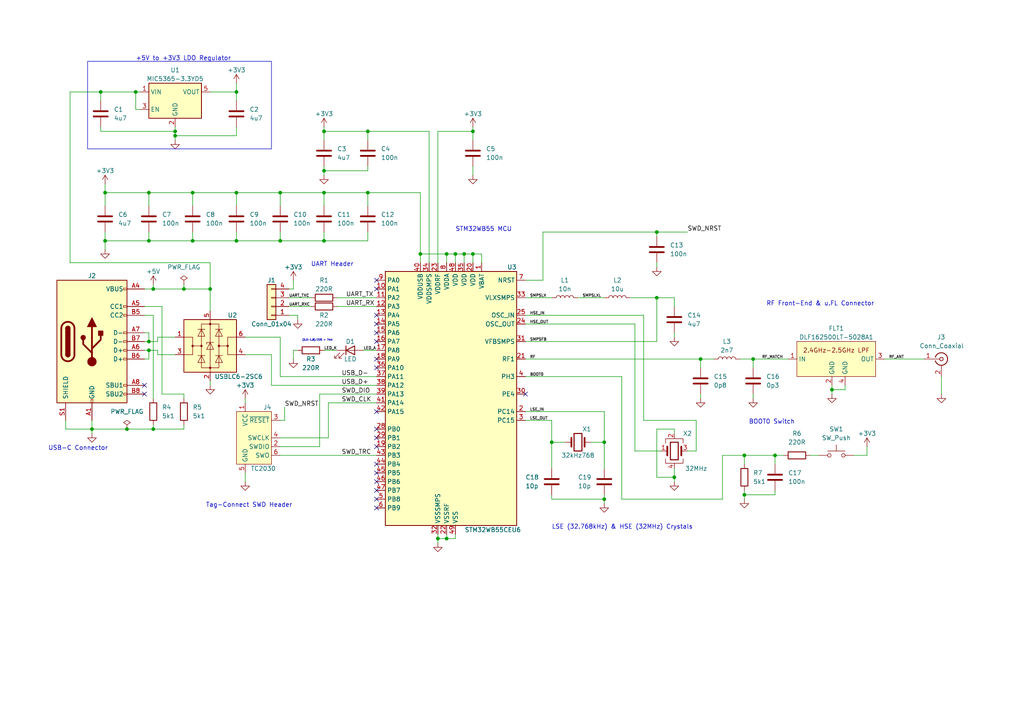
<source format=kicad_sch>
(kicad_sch (version 20230121) (generator eeschema)
  (paper "A4")
  (title_block (title "STM32-Bluetooth") (date "2024-02-14") (rev "V1.0") (company "Minteligencia") (comment 1 "minteligencia.com"))
  (lib_symbols
    (symbol "Connector:Conn_ARM_SWD_TagConnect_TC2030" (in_bom no)
      (property "Reference" "J" (at 2.54 11.43 0))
      (property "Value" "Conn_ARM_SWD_TagConnect_TC2030" (at 5.08 8.89 0))
      (symbol "Conn_ARM_SWD_TagConnect_TC2030_0_0"
        (pin power_in line (at -2.54 10.16 270) (length 2.54) (name "VCC") (number "1"))
        (pin bidirectional line (at 7.62 -2.54 180) (length 2.54) (name "SWDIO") (number "2"))
        (pin open_collector line (at 7.62 5.08 180) (length 2.54) (name "~{RESET}") (number "3"))
        (pin output line (at 7.62 0 180) (length 2.54) (name "SWCLK") (number "4"))
        (pin power_in line (at -2.54 -10.16 90) (length 2.54) (name "GND") (number "5"))
        (pin input line (at 7.62 -5.08 180) (length 2.54) (name "SWO") (number "6"))
      )
      (symbol "Conn_ARM_SWD_TagConnect_TC2030_0_1"
        (rectangle (start -5.08 7.62) (end 5.08 -7.62) (fill (type background)))
      )
    )
    (symbol "Connector:Conn_Coaxial" (pin_names (offset 1.016) hide)
      (property "Reference" "J" (at 0.254 3.048 0))
      (property "Value" "Conn_Coaxial" (at 2.921 0 90))
      (symbol "Conn_Coaxial_0_1"
        (arc (start -1.778 -0.508) (mid 0.2311 -1.8066) (end 1.778 0) (stroke (width 0.254)))
        (polyline (pts (xy -2.54 0) (xy -0.508 0)))
        (polyline (pts (xy 0 -2.54) (xy 0 -1.778)))
        (circle (center 0 0) (radius 0.508) (stroke (width 0.2032)))
        (arc (start 1.778 0) (mid 0.2099 1.8101) (end -1.778 0.508) (stroke (width 0.254)))
      )
      (symbol "Conn_Coaxial_1_1"
        (pin passive line (at -5.08 0 0) (length 2.54) (name "In") (number "1"))
        (pin passive line (at 0 -5.08 90) (length 2.54) (name "Ext") (number "2"))
      )
    )
    (symbol "Connector:USB_C_Receptacle_USB2.0" (pin_names (offset 1.016))
      (property "Reference" "J" (at -10.16 19.05 0))
      (property "Value" "USB_C_Receptacle_USB2.0" (at 19.05 19.05 0))
      (symbol "USB_C_Receptacle_USB2.0_0_0"
        (rectangle (start -0.254 -17.78) (end 0.254 -16.764))
        (rectangle (start 10.16 -14.986) (end 9.144 -15.494))
        (rectangle (start 10.16 -12.446) (end 9.144 -12.954))
        (rectangle (start 10.16 -4.826) (end 9.144 -5.334))
        (rectangle (start 10.16 -2.286) (end 9.144 -2.794))
        (rectangle (start 10.16 0.254) (end 9.144 -0.254))
        (rectangle (start 10.16 2.794) (end 9.144 2.286))
        (rectangle (start 10.16 7.874) (end 9.144 7.366))
        (rectangle (start 10.16 10.414) (end 9.144 9.906))
        (rectangle (start 10.16 15.494) (end 9.144 14.986))
      )
      (symbol "USB_C_Receptacle_USB2.0_0_1"
        (rectangle (start -10.16 17.78) (end 10.16 -17.78) (stroke (width 0.254)) (fill (type background)))
        (arc (start -8.89 -3.81) (mid -6.985 -5.7067) (end -5.08 -3.81) (stroke (width 0.508)))
        (arc (start -7.62 -3.81) (mid -6.985 -4.4423) (end -6.35 -3.81) (stroke (width 0.254)))
        (arc (start -7.62 -3.81) (mid -6.985 -4.4423) (end -6.35 -3.81) (stroke (width 0.254)) (fill (type outline)))
        (rectangle (start -7.62 -3.81) (end -6.35 3.81) (stroke (width 0.254)) (fill (type outline)))
        (arc (start -6.35 3.81) (mid -6.985 4.4423) (end -7.62 3.81) (stroke (width 0.254)))
        (arc (start -6.35 3.81) (mid -6.985 4.4423) (end -7.62 3.81) (stroke (width 0.254)) (fill (type outline)))
        (arc (start -5.08 3.81) (mid -6.985 5.7067) (end -8.89 3.81) (stroke (width 0.508)))
        (circle (center -2.54 1.143) (radius 0.635) (stroke (width 0.254)) (fill (type outline)))
        (circle (center 0 -5.842) (radius 1.27) (fill (type outline)))
        (polyline (pts (xy -8.89 -3.81) (xy -8.89 3.81)) (stroke (width 0.508)))
        (polyline (pts (xy -5.08 3.81) (xy -5.08 -3.81)) (stroke (width 0.508)))
        (polyline (pts (xy 0 -5.842) (xy 0 4.318)) (stroke (width 0.508)))
        (polyline (pts (xy 0 -3.302) (xy -2.54 -0.762) (xy -2.54 0.508)) (stroke (width 0.508)))
        (polyline (pts (xy 0 -2.032) (xy 2.54 0.508) (xy 2.54 1.778)) (stroke (width 0.508)))
        (polyline (pts (xy -1.27 4.318) (xy 0 6.858) (xy 1.27 4.318) (xy -1.27 4.318)) (stroke (width 0.254)) (fill (type outline)))
        (rectangle (start 1.905 1.778) (end 3.175 3.048) (stroke (width 0.254)) (fill (type outline)))
      )
      (symbol "USB_C_Receptacle_USB2.0_1_1"
        (pin passive line (at 0 -22.86 90) (length 5.08) (name "GND") (number "A1"))
        (pin passive line (at 0 -22.86 90) (length 5.08) hide (name "GND") (number "A12"))
        (pin passive line (at 15.24 15.24 180) (length 5.08) (name "VBUS") (number "A4"))
        (pin bidirectional line (at 15.24 10.16 180) (length 5.08) (name "CC1") (number "A5"))
        (pin bidirectional line (at 15.24 -2.54 180) (length 5.08) (name "D+") (number "A6"))
        (pin bidirectional line (at 15.24 2.54 180) (length 5.08) (name "D-") (number "A7"))
        (pin bidirectional line (at 15.24 -12.7 180) (length 5.08) (name "SBU1") (number "A8"))
        (pin passive line (at 15.24 15.24 180) (length 5.08) hide (name "VBUS") (number "A9"))
        (pin passive line (at 0 -22.86 90) (length 5.08) hide (name "GND") (number "B1"))
        (pin passive line (at 0 -22.86 90) (length 5.08) hide (name "GND") (number "B12"))
        (pin passive line (at 15.24 15.24 180) (length 5.08) hide (name "VBUS") (number "B4"))
        (pin bidirectional line (at 15.24 7.62 180) (length 5.08) (name "CC2") (number "B5"))
        (pin bidirectional line (at 15.24 -5.08 180) (length 5.08) (name "D+") (number "B6"))
        (pin bidirectional line (at 15.24 0 180) (length 5.08) (name "D-") (number "B7"))
        (pin bidirectional line (at 15.24 -15.24 180) (length 5.08) (name "SBU2") (number "B8"))
        (pin passive line (at 15.24 15.24 180) (length 5.08) hide (name "VBUS") (number "B9"))
        (pin passive line (at -7.62 -22.86 90) (length 5.08) (name "SHIELD") (number "S1"))
      )
    )
    (symbol "Connector_Generic:Conn_01x04" (pin_names (offset 1.016) hide)
      (property "Reference" "J" (at 0 5.08 0))
      (property "Value" "Conn_01x04" (at 0 -7.62 0))
      (symbol "Conn_01x04_1_1"
        (rectangle (start -1.27 -4.953) (end 0 -5.207) (stroke (width 0.1524)))
        (rectangle (start -1.27 -2.413) (end 0 -2.667) (stroke (width 0.1524)))
        (rectangle (start -1.27 0.127) (end 0 -0.127) (stroke (width 0.1524)))
        (rectangle (start -1.27 2.667) (end 0 2.413) (stroke (width 0.1524)))
        (rectangle (start -1.27 3.81) (end 1.27 -6.35) (stroke (width 0.254)) (fill (type background)))
        (pin passive line (at -5.08 2.54 0) (length 3.81) (name "Pin_1") (number "1"))
        (pin passive line (at -5.08 0 0) (length 3.81) (name "Pin_2") (number "2"))
        (pin passive line (at -5.08 -2.54 0) (length 3.81) (name "Pin_3") (number "3"))
        (pin passive line (at -5.08 -5.08 0) (length 3.81) (name "Pin_4") (number "4"))
      )
    )
    (symbol "Device:C" (pin_numbers hide) (pin_names (offset 0.254))
      (property "Reference" "C" (at 0.635 2.54 0))
      (property "Value" "C" (at 0.635 -2.54 0))
      (symbol "C_0_1"
        (polyline (pts (xy -2.032 -0.762) (xy 2.032 -0.762)) (stroke (width 0.508)))
        (polyline (pts (xy -2.032 0.762) (xy 2.032 0.762)) (stroke (width 0.508)))
      )
      (symbol "C_1_1"
        (pin passive line (at 0 3.81 270) (length 2.794) (name "~") (number "1"))
        (pin passive line (at 0 -3.81 90) (length 2.794) (name "~") (number "2"))
      )
    )
    (symbol "Device:Crystal" (pin_numbers hide) (pin_names (offset 1.016) hide)
      (property "Reference" "Y" (at 0 3.81 0))
      (property "Value" "Crystal" (at 0 -3.81 0))
      (symbol "Crystal_0_1"
        (rectangle (start -1.143 2.54) (end 1.143 -2.54) (stroke (width 0.3048)))
        (polyline (pts (xy -2.54 0) (xy -1.905 0)))
        (polyline (pts (xy -1.905 -1.27) (xy -1.905 1.27)) (stroke (width 0.508)))
        (polyline (pts (xy 1.905 -1.27) (xy 1.905 1.27)) (stroke (width 0.508)))
        (polyline (pts (xy 2.54 0) (xy 1.905 0)))
      )
      (symbol "Crystal_1_1"
        (pin passive line (at -3.81 0 0) (length 1.27) (name "1") (number "1"))
        (pin passive line (at 3.81 0 180) (length 1.27) (name "2") (number "2"))
      )
    )
    (symbol "Device:Crystal_GND24" (pin_names (offset 1.016) hide)
      (property "Reference" "Y" (at 3.175 5.08 0))
      (property "Value" "Crystal_GND24" (at 3.175 3.175 0))
      (symbol "Crystal_GND24_0_1"
        (rectangle (start -1.143 2.54) (end 1.143 -2.54) (stroke (width 0.3048)))
        (polyline (pts (xy -2.54 0) (xy -2.032 0)))
        (polyline (pts (xy -2.032 -1.27) (xy -2.032 1.27)) (stroke (width 0.508)))
        (polyline (pts (xy 0 -3.81) (xy 0 -3.556)))
        (polyline (pts (xy 0 3.556) (xy 0 3.81)))
        (polyline (pts (xy 2.032 -1.27) (xy 2.032 1.27)) (stroke (width 0.508)))
        (polyline (pts (xy 2.032 0) (xy 2.54 0)))
        (polyline (pts (xy -2.54 -2.286) (xy -2.54 -3.556) (xy 2.54 -3.556) (xy 2.54 -2.286)))
        (polyline (pts (xy -2.54 2.286) (xy -2.54 3.556) (xy 2.54 3.556) (xy 2.54 2.286)))
      )
      (symbol "Crystal_GND24_1_1"
        (pin passive line (at -3.81 0 0) (length 1.27) (name "1") (number "1"))
        (pin passive line (at 0 5.08 270) (length 1.27) (name "2") (number "2"))
        (pin passive line (at 3.81 0 180) (length 1.27) (name "3") (number "3"))
        (pin passive line (at 0 -5.08 90) (length 1.27) (name "4") (number "4"))
      )
    )
    (symbol "Device:L" (pin_numbers hide) (pin_names (offset 1.016) hide)
      (property "Reference" "L" (at -1.27 0 90))
      (property "Value" "L" (at 1.905 0 90))
      (symbol "L_0_1"
        (arc (start 0 -2.54) (mid 0.6323 -1.905) (end 0 -1.27))
        (arc (start 0 -1.27) (mid 0.6323 -0.635) (end 0 0))
        (arc (start 0 0) (mid 0.6323 0.635) (end 0 1.27))
        (arc (start 0 1.27) (mid 0.6323 1.905) (end 0 2.54))
      )
      (symbol "L_1_1"
        (pin passive line (at 0 3.81 270) (length 1.27) (name "1") (number "1"))
        (pin passive line (at 0 -3.81 90) (length 1.27) (name "2") (number "2"))
      )
    )
    (symbol "Device:LED" (pin_numbers hide) (pin_names (offset 1.016) hide)
      (property "Reference" "D" (at 0 2.54 0))
      (property "Value" "LED" (at 0 -2.54 0))
      (symbol "LED_0_1"
        (polyline (pts (xy -1.27 -1.27) (xy -1.27 1.27)) (stroke (width 0.254)))
        (polyline (pts (xy -1.27 0) (xy 1.27 0)))
        (polyline (pts (xy 1.27 -1.27) (xy 1.27 1.27) (xy -1.27 0) (xy 1.27 -1.27)) (stroke (width 0.254)))
        (polyline (pts (xy -3.048 -0.762) (xy -4.572 -2.286) (xy -3.81 -2.286) (xy -4.572 -2.286) (xy -4.572 -1.524)))
        (polyline (pts (xy -1.778 -0.762) (xy -3.302 -2.286) (xy -2.54 -2.286) (xy -3.302 -2.286) (xy -3.302 -1.524)))
      )
      (symbol "LED_1_1"
        (pin passive line (at -3.81 0 0) (length 2.54) (name "K") (number "1"))
        (pin passive line (at 3.81 0 180) (length 2.54) (name "A") (number "2"))
      )
    )
    (symbol "Device:R" (pin_numbers hide) (pin_names (offset 0))
      (property "Reference" "R" (at 2.032 0 90))
      (property "Value" "R" (at 0 0 90))
      (symbol "R_0_1"
        (rectangle (start -1.016 -2.54) (end 1.016 2.54) (stroke (width 0.254)))
      )
      (symbol "R_1_1"
        (pin passive line (at 0 3.81 270) (length 1.27) (name "~") (number "1"))
        (pin passive line (at 0 -3.81 90) (length 1.27) (name "~") (number "2"))
      )
    )
    (symbol "MCU_ST_STM32WB:STM32WB55CEUx"
      (property "Reference" "U" (at -17.78 39.37 0))
      (property "Value" "STM32WB55CEUx" (at 12.7 39.37 0))
      (symbol "STM32WB55CEUx_0_1"
        (rectangle (start -17.78 -35.56) (end 20.32 38.1) (stroke (width 0.254)) (fill (type background)))
      )
      (symbol "STM32WB55CEUx_1_1"
        (pin power_in line (at -7.62 40.64 270) (length 2.54) (name "VBAT") (number "1"))
        (pin bidirectional line (at 22.86 33.02 180) (length 2.54) (name "PA1") (number "10"))
        (pin bidirectional line (at 22.86 30.48 180) (length 2.54) (name "PA2") (number "11"))
        (pin bidirectional line (at 22.86 27.94 180) (length 2.54) (name "PA3") (number "12"))
        (pin bidirectional line (at 22.86 25.4 180) (length 2.54) (name "PA4") (number "13"))
        (pin bidirectional line (at 22.86 22.86 180) (length 2.54) (name "PA5") (number "14"))
        (pin bidirectional line (at 22.86 20.32 180) (length 2.54) (name "PA6") (number "15"))
        (pin bidirectional line (at 22.86 17.78 180) (length 2.54) (name "PA7") (number "16"))
        (pin bidirectional line (at 22.86 15.24 180) (length 2.54) (name "PA8") (number "17"))
        (pin bidirectional line (at 22.86 12.7 180) (length 2.54) (name "PA9") (number "18"))
        (pin bidirectional line (at 22.86 -12.7 180) (length 2.54) (name "PB2") (number "19"))
        (pin bidirectional line (at -20.32 -2.54 0) (length 2.54) (name "PC14") (number "2"))
        (pin power_in line (at -5.08 40.64 270) (length 2.54) (name "VDD") (number "20"))
        (pin bidirectional line (at -20.32 12.7 0) (length 2.54) (name "RF1") (number "21"))
        (pin power_in line (at 2.54 -38.1 90) (length 2.54) (name "VSSRF") (number "22"))
        (pin power_in line (at 5.08 40.64 270) (length 2.54) (name "VDDRF") (number "23"))
        (pin input line (at -20.32 22.86 0) (length 2.54) (name "OSC_OUT") (number "24"))
        (pin input line (at -20.32 25.4 0) (length 2.54) (name "OSC_IN") (number "25"))
        (pin no_connect line (at -17.78 -35.56 0) (length 2.54) hide (name "AT0") (number "26"))
        (pin no_connect line (at -17.78 -33.02 0) (length 2.54) hide (name "AT1") (number "27"))
        (pin bidirectional line (at 22.86 -7.62 180) (length 2.54) (name "PB0") (number "28"))
        (pin bidirectional line (at 22.86 -10.16 180) (length 2.54) (name "PB1") (number "29"))
        (pin bidirectional line (at -20.32 -5.08 0) (length 2.54) (name "PC15") (number "3"))
        (pin bidirectional line (at -20.32 2.54 0) (length 2.54) (name "PE4") (number "30"))
        (pin input line (at -20.32 17.78 0) (length 2.54) (name "VFBSMPS") (number "31"))
        (pin power_in line (at 5.08 -38.1 90) (length 2.54) (name "VSSSMPS") (number "32"))
        (pin power_in line (at -20.32 30.48 0) (length 2.54) (name "VLXSMPS") (number "33"))
        (pin power_in line (at 7.62 40.64 270) (length 2.54) (name "VDDSMPS") (number "34"))
        (pin power_in line (at -2.54 40.64 270) (length 2.54) (name "VDD") (number "35"))
        (pin bidirectional line (at 22.86 10.16 180) (length 2.54) (name "PA10") (number "36"))
        (pin bidirectional line (at 22.86 7.62 180) (length 2.54) (name "PA11") (number "37"))
        (pin bidirectional line (at 22.86 5.08 180) (length 2.54) (name "PA12") (number "38"))
        (pin bidirectional line (at 22.86 2.54 180) (length 2.54) (name "PA13") (number "39"))
        (pin bidirectional line (at -20.32 7.62 0) (length 2.54) (name "PH3") (number "4"))
        (pin power_in line (at 10.16 40.64 270) (length 2.54) (name "VDDUSB") (number "40"))
        (pin bidirectional line (at 22.86 0 180) (length 2.54) (name "PA14") (number "41"))
        (pin bidirectional line (at 22.86 -2.54 180) (length 2.54) (name "PA15") (number "42"))
        (pin bidirectional line (at 22.86 -15.24 180) (length 2.54) (name "PB3") (number "43"))
        (pin bidirectional line (at 22.86 -17.78 180) (length 2.54) (name "PB4") (number "44"))
        (pin bidirectional line (at 22.86 -20.32 180) (length 2.54) (name "PB5") (number "45"))
        (pin bidirectional line (at 22.86 -22.86 180) (length 2.54) (name "PB6") (number "46"))
        (pin bidirectional line (at 22.86 -25.4 180) (length 2.54) (name "PB7") (number "47"))
        (pin power_in line (at 0 40.64 270) (length 2.54) (name "VDD") (number "48"))
        (pin power_in line (at 0 -38.1 90) (length 2.54) (name "VSS") (number "49"))
        (pin bidirectional line (at 22.86 -27.94 180) (length 2.54) (name "PB8") (number "5"))
        (pin bidirectional line (at 22.86 -30.48 180) (length 2.54) (name "PB9") (number "6"))
        (pin input line (at -20.32 35.56 0) (length 2.54) (name "NRST") (number "7"))
        (pin power_in line (at 2.54 40.64 270) (length 2.54) (name "VDDA") (number "8"))
        (pin bidirectional line (at 22.86 35.56 180) (length 2.54) (name "PA0") (number "9"))
      )
    )
    (symbol "My_Library:DLF162500LT-5028A1"
      (property "Reference" "FLT" (at 0 6.35 0))
      (property "Value" "DLF162500LT-5028A1" (at 16.51 -7.62 0))
      (symbol "DLF162500LT-5028A1_0_0"
        (pin passive line (at -13.97 0 0) (length 2.54) (name "IN") (number "1"))
        (pin passive line (at -1.27 -7.62 90) (length 2.54) (name "GND") (number "2"))
        (pin passive line (at 13.97 0 180) (length 2.54) (name "OUT") (number "3"))
        (pin passive line (at 2.54 -7.62 90) (length 2.54) (name "GND") (number "4"))
      )
      (symbol "DLF162500LT-5028A1_1_1"
        (rectangle (start -11.43 5.08) (end 11.43 -5.08) (fill (type background)))
        (text "2.4GHz-2.5GHz LPF" (at 0 2.54 0) (effects (font (size 1.27 1.27))))
      )
    )
    (symbol "My_Library:USBLC6-2SC6" (pin_names hide)
      (property "Reference" "U" (at 2.54 8.89 0))
      (property "Value" "USBLC6-2SC6" (at 2.54 -8.89 0))
      (symbol "USBLC6-2SC6_0_1"
        (rectangle (start -7.62 -7.62) (end 7.62 7.62) (stroke (width 0.254)) (fill (type background)))
        (circle (center -5.08 0) (radius 0.254) (fill (type outline)))
        (circle (center -2.54 0) (radius 0.254) (fill (type outline)))
        (rectangle (start -2.54 6.35) (end 2.54 -6.35))
        (circle (center 0 -6.35) (radius 0.254) (fill (type outline)))
        (polyline (pts (xy -5.08 -2.54) (xy -7.62 -2.54)))
        (polyline (pts (xy -5.08 0) (xy -5.08 -2.54)))
        (polyline (pts (xy -5.08 2.54) (xy -7.62 2.54)))
        (polyline (pts (xy -1.524 -2.794) (xy -3.556 -2.794)))
        (polyline (pts (xy -1.524 4.826) (xy -3.556 4.826)))
        (polyline (pts (xy 0 -7.62) (xy 0 -6.35)))
        (polyline (pts (xy 0 -6.35) (xy 0 1.27)))
        (polyline (pts (xy 0 1.27) (xy 0 6.35)))
        (polyline (pts (xy 0 6.35) (xy 0 7.62)))
        (polyline (pts (xy 1.524 -2.794) (xy 3.556 -2.794)))
        (polyline (pts (xy 1.524 4.826) (xy 3.556 4.826)))
        (polyline (pts (xy 5.08 -2.54) (xy 7.62 -2.54)))
        (polyline (pts (xy 5.08 0) (xy 5.08 -2.54)))
        (polyline (pts (xy 5.08 2.54) (xy 7.62 2.54)))
        (polyline (pts (xy -2.54 0) (xy -5.08 0) (xy -5.08 2.54)))
        (polyline (pts (xy 2.54 0) (xy 5.08 0) (xy 5.08 2.54)))
        (polyline (pts (xy -3.556 -4.826) (xy -1.524 -4.826) (xy -2.54 -2.794) (xy -3.556 -4.826)))
        (polyline (pts (xy -3.556 2.794) (xy -1.524 2.794) (xy -2.54 4.826) (xy -3.556 2.794)))
        (polyline (pts (xy -1.016 -1.016) (xy 1.016 -1.016) (xy 0 1.016) (xy -1.016 -1.016)))
        (polyline (pts (xy 1.016 1.016) (xy 0.762 1.016) (xy -1.016 1.016) (xy -1.016 0.508)))
        (polyline (pts (xy 3.556 -4.826) (xy 1.524 -4.826) (xy 2.54 -2.794) (xy 3.556 -4.826)))
        (polyline (pts (xy 3.556 2.794) (xy 1.524 2.794) (xy 2.54 4.826) (xy 3.556 2.794)))
        (circle (center 0 6.35) (radius 0.254) (fill (type outline)))
        (circle (center 2.54 0) (radius 0.254) (fill (type outline)))
        (circle (center 5.08 0) (radius 0.254) (fill (type outline)))
      )
      (symbol "USBLC6-2SC6_1_1"
        (pin passive line (at -10.16 2.54 0) (length 2.54) (name "I/O1") (number "1"))
        (pin passive line (at 0 -10.16 90) (length 2.54) (name "GND") (number "2"))
        (pin passive line (at -10.16 -2.54 0) (length 2.54) (name "I/O1") (number "3"))
        (pin passive line (at 10.16 -2.54 180) (length 2.54) (name "I/O2") (number "4"))
        (pin passive line (at 0 10.16 270) (length 2.54) (name "VBUS") (number "5"))
        (pin passive line (at 10.16 2.54 180) (length 2.54) (name "I/O2") (number "6"))
      )
    )
    (symbol "Regulator_Linear:MIC5365-3.3YD5"
      (property "Reference" "U" (at -7.62 6.35 0))
      (property "Value" "MIC5365-3.3YD5" (at 0 6.35 0))
      (symbol "MIC5365-3.3YD5_0_1"
        (rectangle (start -7.62 -5.08) (end 7.62 5.08) (stroke (width 0.254)) (fill (type background)))
      )
      (symbol "MIC5365-3.3YD5_1_1"
        (pin power_in line (at -10.16 2.54 0) (length 2.54) (name "VIN") (number "1"))
        (pin power_in line (at 0 -7.62 90) (length 2.54) (name "GND") (number "2"))
        (pin input line (at -10.16 -2.54 0) (length 2.54) (name "EN") (number "3"))
        (pin no_connect line (at 7.62 -2.54 180) (length 2.54) hide (name "NC") (number "4"))
        (pin power_out line (at 10.16 2.54 180) (length 2.54) (name "VOUT") (number "5"))
      )
    )
    (symbol "Switch:SW_Push" (pin_numbers hide) (pin_names (offset 1.016) hide)
      (property "Reference" "SW" (at 1.27 2.54 0))
      (property "Value" "SW_Push" (at 0 -1.524 0))
      (symbol "SW_Push_0_1"
        (circle (center -2.032 0) (radius 0.508))
        (polyline (pts (xy 0 1.27) (xy 0 3.048)))
        (polyline (pts (xy 2.54 1.27) (xy -2.54 1.27)))
        (circle (center 2.032 0) (radius 0.508))
        (pin passive line (at -5.08 0 0) (length 2.54) (name "1") (number "1"))
        (pin passive line (at 5.08 0 180) (length 2.54) (name "2") (number "2"))
      )
    )
    (symbol "power:+3V3" (power) (pin_names (offset 0))
      (property "Value" "+3V3" (at 0 3.556 0))
      (symbol "+3V3_0_1"
        (polyline (pts (xy -0.762 1.27) (xy 0 2.54)))
        (polyline (pts (xy 0 0) (xy 0 2.54)))
        (polyline (pts (xy 0 2.54) (xy 0.762 1.27)))
      )
      (symbol "+3V3_1_1"
        (pin power_in line (at 0 0 90) (length 0) hide (name "+3V3") (number "1"))
      )
    )
    (symbol "power:+5V" (power) (pin_names (offset 0))
      (property "Value" "+5V" (at 0 3.556 0))
      (symbol "+5V_0_1"
        (polyline (pts (xy -0.762 1.27) (xy 0 2.54)))
        (polyline (pts (xy 0 0) (xy 0 2.54)))
        (polyline (pts (xy 0 2.54) (xy 0.762 1.27)))
      )
      (symbol "+5V_1_1"
        (pin power_in line (at 0 0 90) (length 0) hide (name "+5V") (number "1"))
      )
    )
    (symbol "power:GND" (power) (pin_names (offset 0))
      (property "Value" "GND" (at 0 -3.81 0))
      (symbol "GND_0_1"
        (polyline (pts (xy 0 0) (xy 0 -1.27) (xy 1.27 -1.27) (xy 0 -2.54) (xy -1.27 -1.27) (xy 0 -1.27)))
      )
      (symbol "GND_1_1"
        (pin power_in line (at 0 0 270) (length 0) hide (name "GND") (number "1"))
      )
    )
    (symbol "power:PWR_FLAG" (power) (pin_numbers hide) (pin_names (offset 0) hide)
      (property "Value" "PWR_FLAG" (at 0 3.81 0))
      (symbol "PWR_FLAG_0_0"
        (pin power_out line (at 0 0 90) (length 0) (name "pwr") (number "1"))
      )
      (symbol "PWR_FLAG_0_1"
        (polyline (pts (xy 0 0) (xy 0 1.27) (xy -1.016 1.905) (xy 0 2.54) (xy 1.016 1.905) (xy 0 1.27)))
      )
    )
  )
  (junction (at 241.3 113.03))
  (junction (at 39.37 26.67))
  (junction (at 160.02 128.27))
  (junction (at 68.58 69.85))
  (junction (at 129.54 156.21))
  (junction (at 134.62 73.66))
  (junction (at 93.98 55.88))
  (junction (at 50.8 38.1))
  (junction (at 121.92 73.66))
  (junction (at 137.16 73.66))
  (junction (at 93.98 69.85))
  (junction (at 93.98 49.53))
  (junction (at 43.18 69.85))
  (junction (at 175.26 128.27))
  (junction (at 44.45 83.82))
  (junction (at 36.83 124.46))
  (junction (at 55.88 55.88))
  (junction (at 195.58 138.43))
  (junction (at 30.48 55.88))
  (junction (at 203.2 104.14))
  (junction (at 26.67 124.46))
  (junction (at 29.21 26.67))
  (junction (at 81.28 55.88))
  (junction (at 106.68 38.1))
  (junction (at 129.54 73.66))
  (junction (at 215.9 143.51))
  (junction (at 137.16 38.1))
  (junction (at 53.34 83.82))
  (junction (at 81.28 69.85))
  (junction (at 190.5 86.36))
  (junction (at 93.98 38.1))
  (junction (at 132.08 73.66))
  (junction (at 43.18 101.6))
  (junction (at 30.48 69.85))
  (junction (at 106.68 55.88))
  (junction (at 224.79 132.08))
  (junction (at 43.18 55.88))
  (junction (at 218.44 104.14))
  (junction (at 68.58 55.88))
  (junction (at 127 156.21))
  (junction (at 44.45 124.46))
  (junction (at 190.5 67.31))
  (junction (at 175.26 144.78))
  (junction (at 60.96 83.82))
  (junction (at 50.8 39.37))
  (junction (at 43.18 99.06))
  (junction (at 68.58 26.67))
  (junction (at 215.9 132.08))
  (junction (at 55.88 69.85))
  (no_connect (at 109.22 139.7))
  (no_connect (at 152.4 114.3))
  (no_connect (at 109.22 144.78))
  (no_connect (at 109.22 96.52))
  (no_connect (at 109.22 127))
  (no_connect (at 109.22 99.06))
  (no_connect (at 109.22 93.98))
  (no_connect (at 109.22 119.38))
  (no_connect (at 109.22 104.14))
  (no_connect (at 109.22 83.82))
  (no_connect (at 109.22 137.16))
  (no_connect (at 109.22 134.62))
  (no_connect (at 41.91 111.76))
  (no_connect (at 109.22 106.68))
  (no_connect (at 109.22 124.46))
  (no_connect (at 109.22 91.44))
  (no_connect (at 41.91 114.3))
  (no_connect (at 109.22 129.54))
  (no_connect (at 109.22 147.32))
  (no_connect (at 109.22 142.24))
  (no_connect (at 109.22 81.28))
  (wire (pts (xy 157.48 81.28) (xy 152.4 81.28)))
  (wire (pts (xy 29.21 26.67) (xy 29.21 29.21)))
  (wire (pts (xy 43.18 99.06) (xy 45.72 99.06)))
  (wire (pts (xy 218.44 114.3) (xy 218.44 115.57)))
  (wire (pts (xy 106.68 49.53) (xy 93.98 49.53)))
  (wire (pts (xy 129.54 73.66) (xy 129.54 76.2)))
  (wire (pts (xy 160.02 128.27) (xy 160.02 135.89)))
  (wire (pts (xy 184.15 93.98) (xy 184.15 130.81)))
  (wire (pts (xy 190.5 99.06) (xy 190.5 86.36)))
  (wire (pts (xy 45.72 99.06) (xy 45.72 97.79)))
  (wire (pts (xy 86.36 91.44) (xy 86.36 92.71)))
  (wire (pts (xy 95.25 127) (xy 95.25 116.84)))
  (wire (pts (xy 41.91 88.9) (xy 46.99 88.9)))
  (wire (pts (xy 93.98 38.1) (xy 93.98 40.64)))
  (wire (pts (xy 209.55 132.08) (xy 215.9 132.08)))
  (wire (pts (xy 81.28 59.69) (xy 81.28 55.88)))
  (wire (pts (xy 203.2 104.14) (xy 207.01 104.14)))
  (wire (pts (xy 190.5 86.36) (xy 195.58 86.36)))
  (wire (pts (xy 44.45 123.19) (xy 44.45 124.46)))
  (wire (pts (xy 152.4 109.22) (xy 180.34 109.22)))
  (wire (pts (xy 43.18 55.88) (xy 43.18 59.69)))
  (wire (pts (xy 152.4 91.44) (xy 186.69 91.44)))
  (wire (pts (xy 39.37 26.67) (xy 40.64 26.67)))
  (wire (pts (xy 93.98 101.6) (xy 97.79 101.6)))
  (wire (pts (xy 121.92 73.66) (xy 121.92 76.2)))
  (wire (pts (xy 160.02 128.27) (xy 163.83 128.27)))
  (wire (pts (xy 132.08 154.94) (xy 132.08 156.21)))
  (wire (pts (xy 68.58 55.88) (xy 68.58 59.69)))
  (wire (pts (xy 60.96 76.2) (xy 60.96 83.82)))
  (wire (pts (xy 81.28 129.54) (xy 92.71 129.54)))
  (wire (pts (xy 251.46 132.08) (xy 251.46 129.54)))
  (wire (pts (xy 43.18 69.85) (xy 55.88 69.85)))
  (wire (pts (xy 44.45 91.44) (xy 44.45 115.57)))
  (wire (pts (xy 203.2 114.3) (xy 203.2 115.57)))
  (wire (pts (xy 41.91 83.82) (xy 44.45 83.82)))
  (wire (pts (xy 92.71 114.3) (xy 109.22 114.3)))
  (wire (pts (xy 20.32 76.2) (xy 60.96 76.2)))
  (wire (pts (xy 152.4 86.36) (xy 160.02 86.36)))
  (wire (pts (xy 36.83 124.46) (xy 26.67 124.46)))
  (wire (pts (xy 139.7 76.2) (xy 139.7 73.66)))
  (wire (pts (xy 201.93 121.92) (xy 201.93 130.81)))
  (wire (pts (xy 195.58 125.73) (xy 195.58 124.46)))
  (wire (pts (xy 41.91 104.14) (xy 43.18 104.14)))
  (wire (pts (xy 175.26 144.78) (xy 175.26 146.05)))
  (wire (pts (xy 81.28 109.22) (xy 109.22 109.22)))
  (wire (pts (xy 55.88 55.88) (xy 43.18 55.88)))
  (wire (pts (xy 68.58 69.85) (xy 81.28 69.85)))
  (wire (pts (xy 215.9 143.51) (xy 215.9 144.78)))
  (wire (pts (xy 190.5 76.2) (xy 190.5 77.47)))
  (wire (pts (xy 46.99 114.3) (xy 53.34 114.3)))
  (wire (pts (xy 182.88 86.36) (xy 190.5 86.36)))
  (wire (pts (xy 195.58 138.43) (xy 195.58 139.7)))
  (wire (pts (xy 195.58 96.52) (xy 195.58 97.79)))
  (wire (pts (xy 53.34 82.55) (xy 53.34 83.82)))
  (wire (pts (xy 224.79 143.51) (xy 215.9 143.51)))
  (wire (pts (xy 132.08 73.66) (xy 129.54 73.66)))
  (wire (pts (xy 30.48 67.31) (xy 30.48 69.85)))
  (wire (pts (xy 180.34 144.78) (xy 209.55 144.78)))
  (wire (pts (xy 29.21 26.67) (xy 20.32 26.67)))
  (wire (pts (xy 30.48 53.34) (xy 30.48 55.88)))
  (wire (pts (xy 152.4 121.92) (xy 160.02 121.92)))
  (wire (pts (xy 190.5 68.58) (xy 190.5 67.31)))
  (wire (pts (xy 41.91 101.6) (xy 43.18 101.6)))
  (wire (pts (xy 184.15 130.81) (xy 191.77 130.81)))
  (wire (pts (xy 127 154.94) (xy 127 156.21)))
  (wire (pts (xy 129.54 156.21) (xy 127 156.21)))
  (wire (pts (xy 81.28 127) (xy 95.25 127)))
  (wire (pts (xy 273.05 109.22) (xy 273.05 114.3)))
  (wire (pts (xy 44.45 83.82) (xy 53.34 83.82)))
  (wire (pts (xy 68.58 24.13) (xy 68.58 26.67)))
  (wire (pts (xy 171.45 128.27) (xy 175.26 128.27)))
  (wire (pts (xy 93.98 55.88) (xy 106.68 55.88)))
  (wire (pts (xy 195.58 124.46) (xy 190.5 124.46)))
  (wire (pts (xy 167.64 86.36) (xy 175.26 86.36)))
  (wire (pts (xy 71.12 115.57) (xy 71.12 116.84)))
  (wire (pts (xy 43.18 67.31) (xy 43.18 69.85)))
  (wire (pts (xy 55.88 69.85) (xy 68.58 69.85)))
  (wire (pts (xy 245.11 113.03) (xy 241.3 113.03)))
  (wire (pts (xy 39.37 31.75) (xy 39.37 26.67)))
  (wire (pts (xy 44.45 124.46) (xy 36.83 124.46)))
  (wire (pts (xy 71.12 97.79) (xy 81.28 97.79)))
  (wire (pts (xy 81.28 132.08) (xy 109.22 132.08)))
  (wire (pts (xy 157.48 67.31) (xy 190.5 67.31)))
  (wire (pts (xy 68.58 55.88) (xy 81.28 55.88)))
  (wire (pts (xy 29.21 38.1) (xy 50.8 38.1)))
  (wire (pts (xy 95.25 116.84) (xy 109.22 116.84)))
  (wire (pts (xy 106.68 55.88) (xy 106.68 59.69)))
  (wire (pts (xy 83.82 86.36) (xy 90.17 86.36)))
  (wire (pts (xy 137.16 48.26) (xy 137.16 50.8)))
  (wire (pts (xy 45.72 97.79) (xy 50.8 97.79)))
  (wire (pts (xy 78.74 111.76) (xy 109.22 111.76)))
  (wire (pts (xy 45.72 102.87) (xy 50.8 102.87)))
  (wire (pts (xy 30.48 55.88) (xy 43.18 55.88)))
  (wire (pts (xy 157.48 67.31) (xy 157.48 81.28)))
  (wire (pts (xy 68.58 36.83) (xy 68.58 39.37)))
  (wire (pts (xy 224.79 142.24) (xy 224.79 143.51)))
  (wire (pts (xy 68.58 55.88) (xy 55.88 55.88)))
  (wire (pts (xy 92.71 129.54) (xy 92.71 114.3)))
  (wire (pts (xy 152.4 93.98) (xy 184.15 93.98)))
  (wire (pts (xy 81.28 67.31) (xy 81.28 69.85)))
  (wire (pts (xy 82.55 121.92) (xy 81.28 121.92)))
  (wire (pts (xy 247.65 132.08) (xy 251.46 132.08)))
  (wire (pts (xy 60.96 111.76) (xy 60.96 110.49)))
  (wire (pts (xy 218.44 104.14) (xy 228.6 104.14)))
  (wire (pts (xy 71.12 137.16) (xy 71.12 139.7)))
  (wire (pts (xy 224.79 132.08) (xy 227.33 132.08)))
  (wire (pts (xy 71.12 102.87) (xy 78.74 102.87)))
  (wire (pts (xy 234.95 132.08) (xy 237.49 132.08)))
  (wire (pts (xy 81.28 69.85) (xy 93.98 69.85)))
  (wire (pts (xy 180.34 109.22) (xy 180.34 144.78)))
  (wire (pts (xy 127 76.2) (xy 127 38.1)))
  (wire (pts (xy 190.5 67.31) (xy 199.39 67.31)))
  (wire (pts (xy 129.54 154.94) (xy 129.54 156.21)))
  (wire (pts (xy 30.48 69.85) (xy 30.48 72.39)))
  (wire (pts (xy 50.8 36.83) (xy 50.8 38.1)))
  (wire (pts (xy 175.26 119.38) (xy 175.26 128.27)))
  (wire (pts (xy 132.08 73.66) (xy 132.08 76.2)))
  (wire (pts (xy 53.34 124.46) (xy 44.45 124.46)))
  (wire (pts (xy 201.93 130.81) (xy 199.39 130.81)))
  (wire (pts (xy 93.98 55.88) (xy 93.98 59.69)))
  (wire (pts (xy 19.05 121.92) (xy 19.05 124.46)))
  (wire (pts (xy 29.21 26.67) (xy 39.37 26.67)))
  (wire (pts (xy 55.88 67.31) (xy 55.88 69.85)))
  (wire (pts (xy 106.68 69.85) (xy 106.68 67.31)))
  (wire (pts (xy 53.34 123.19) (xy 53.34 124.46)))
  (wire (pts (xy 160.02 144.78) (xy 175.26 144.78)))
  (wire (pts (xy 121.92 55.88) (xy 121.92 73.66)))
  (wire (pts (xy 97.79 88.9) (xy 109.22 88.9)))
  (wire (pts (xy 241.3 111.76) (xy 241.3 113.03)))
  (wire (pts (xy 214.63 104.14) (xy 218.44 104.14)))
  (wire (pts (xy 40.64 31.75) (xy 39.37 31.75)))
  (wire (pts (xy 215.9 142.24) (xy 215.9 143.51)))
  (wire (pts (xy 224.79 132.08) (xy 215.9 132.08)))
  (wire (pts (xy 30.48 59.69) (xy 30.48 55.88)))
  (wire (pts (xy 175.26 143.51) (xy 175.26 144.78)))
  (wire (pts (xy 43.18 104.14) (xy 43.18 101.6)))
  (wire (pts (xy 85.09 83.82) (xy 85.09 81.28)))
  (wire (pts (xy 41.91 91.44) (xy 44.45 91.44)))
  (wire (pts (xy 160.02 121.92) (xy 160.02 128.27)))
  (wire (pts (xy 41.91 96.52) (xy 43.18 96.52)))
  (wire (pts (xy 218.44 104.14) (xy 218.44 106.68)))
  (wire (pts (xy 152.4 104.14) (xy 203.2 104.14)))
  (wire (pts (xy 50.8 39.37) (xy 50.8 40.64)))
  (wire (pts (xy 83.82 83.82) (xy 85.09 83.82)))
  (wire (pts (xy 203.2 104.14) (xy 203.2 106.68)))
  (wire (pts (xy 134.62 73.66) (xy 132.08 73.66)))
  (wire (pts (xy 86.36 101.6) (xy 85.09 101.6)))
  (wire (pts (xy 93.98 67.31) (xy 93.98 69.85)))
  (wire (pts (xy 53.34 114.3) (xy 53.34 115.57)))
  (wire (pts (xy 127 157.48) (xy 127 156.21)))
  (wire (pts (xy 186.69 121.92) (xy 201.93 121.92)))
  (wire (pts (xy 60.96 26.67) (xy 68.58 26.67)))
  (wire (pts (xy 190.5 124.46) (xy 190.5 138.43)))
  (wire (pts (xy 50.8 38.1) (xy 50.8 39.37)))
  (wire (pts (xy 81.28 97.79) (xy 81.28 109.22)))
  (wire (pts (xy 45.72 101.6) (xy 45.72 102.87)))
  (wire (pts (xy 137.16 38.1) (xy 137.16 40.64)))
  (wire (pts (xy 83.82 88.9) (xy 90.17 88.9)))
  (wire (pts (xy 139.7 73.66) (xy 137.16 73.66)))
  (wire (pts (xy 20.32 26.67) (xy 20.32 76.2)))
  (wire (pts (xy 26.67 124.46) (xy 26.67 125.73)))
  (wire (pts (xy 175.26 128.27) (xy 175.26 135.89)))
  (wire (pts (xy 106.68 38.1) (xy 93.98 38.1)))
  (wire (pts (xy 85.09 101.6) (xy 85.09 104.14)))
  (wire (pts (xy 132.08 156.21) (xy 129.54 156.21)))
  (wire (pts (xy 30.48 69.85) (xy 43.18 69.85)))
  (wire (pts (xy 55.88 55.88) (xy 55.88 59.69)))
  (wire (pts (xy 124.46 38.1) (xy 106.68 38.1)))
  (wire (pts (xy 152.4 119.38) (xy 175.26 119.38)))
  (wire (pts (xy 134.62 73.66) (xy 134.62 76.2)))
  (wire (pts (xy 124.46 76.2) (xy 124.46 38.1)))
  (wire (pts (xy 190.5 138.43) (xy 195.58 138.43)))
  (wire (pts (xy 43.18 96.52) (xy 43.18 99.06)))
  (wire (pts (xy 105.41 101.6) (xy 109.22 101.6)))
  (wire (pts (xy 267.97 104.14) (xy 256.54 104.14)))
  (wire (pts (xy 29.21 36.83) (xy 29.21 38.1)))
  (wire (pts (xy 241.3 113.03) (xy 241.3 114.3)))
  (wire (pts (xy 224.79 134.62) (xy 224.79 132.08)))
  (wire (pts (xy 195.58 86.36) (xy 195.58 88.9)))
  (wire (pts (xy 106.68 48.26) (xy 106.68 49.53)))
  (wire (pts (xy 127 38.1) (xy 137.16 38.1)))
  (wire (pts (xy 137.16 73.66) (xy 134.62 73.66)))
  (wire (pts (xy 43.18 101.6) (xy 45.72 101.6)))
  (wire (pts (xy 44.45 82.55) (xy 44.45 83.82)))
  (wire (pts (xy 83.82 91.44) (xy 86.36 91.44)))
  (wire (pts (xy 106.68 55.88) (xy 121.92 55.88)))
  (wire (pts (xy 195.58 135.89) (xy 195.58 138.43)))
  (wire (pts (xy 129.54 73.66) (xy 121.92 73.66)))
  (wire (pts (xy 245.11 111.76) (xy 245.11 113.03)))
  (wire (pts (xy 152.4 99.06) (xy 190.5 99.06)))
  (wire (pts (xy 68.58 39.37) (xy 50.8 39.37)))
  (wire (pts (xy 160.02 143.51) (xy 160.02 144.78)))
  (wire (pts (xy 53.34 83.82) (xy 60.96 83.82)))
  (wire (pts (xy 186.69 91.44) (xy 186.69 121.92)))
  (wire (pts (xy 19.05 124.46) (xy 26.67 124.46)))
  (wire (pts (xy 209.55 144.78) (xy 209.55 132.08)))
  (wire (pts (xy 46.99 88.9) (xy 46.99 114.3)))
  (wire (pts (xy 93.98 69.85) (xy 106.68 69.85)))
  (wire (pts (xy 137.16 73.66) (xy 137.16 76.2)))
  (wire (pts (xy 97.79 86.36) (xy 109.22 86.36)))
  (wire (pts (xy 81.28 55.88) (xy 93.98 55.88)))
  (wire (pts (xy 78.74 102.87) (xy 78.74 111.76)))
  (wire (pts (xy 68.58 67.31) (xy 68.58 69.85)))
  (wire (pts (xy 137.16 36.83) (xy 137.16 38.1)))
  (wire (pts (xy 93.98 36.83) (xy 93.98 38.1)))
  (wire (pts (xy 26.67 121.92) (xy 26.67 124.46)))
  (wire (pts (xy 106.68 38.1) (xy 106.68 40.64)))
  (wire (pts (xy 93.98 49.53) (xy 93.98 48.26)))
  (wire (pts (xy 60.96 83.82) (xy 60.96 90.17)))
  (wire (pts (xy 215.9 132.08) (xy 215.9 134.62)))
  (wire (pts (xy 93.98 49.53) (xy 93.98 50.8)))
  (wire (pts (xy 68.58 26.67) (xy 68.58 29.21)))
  (wire (pts (xy 41.91 99.06) (xy 43.18 99.06)))
  (wire (pts (xy 82.55 118.11) (xy 82.55 121.92)))
  (rectangle (start 25.4 17.78) (end 78.74 43.18))
  (text "(3.3-1.8)/220 = 7mA" (at 87.63 99.06 0) (effects (font (size 0.508 0.508)) (justify left bottom)))
  (text "LSE (32.768kHz) & HSE (32MHz) Crystals" (at 160.02 153.67 0) (effects (font (size 1.27 1.27)) (justify left bottom)))
  (text "UART Header" (at 90.17 77.47 0) (effects (font (size 1.27 1.27)) (justify left bottom)))
  (text "USB-C Connector" (at 13.97 130.81 0) (effects (font (size 1.27 1.27)) (justify left bottom)))
  (text "Tag-Connect SWD Header" (at 59.69 147.32 0) (effects (font (size 1.27 1.27)) (justify left bottom)))
  (text "BOOT0 Switch" (at 217.17 123.19 0) (effects (font (size 1.27 1.27)) (justify left bottom)))
  (text "+5V to +3V3 LDO Regulator" (at 39.37 17.78 0) (effects (font (size 1.27 1.27)) (justify left bottom)))
  (text "STM32WB55 MCU" (at 132.08 67.31 0) (effects (font (size 1.27 1.27)) (justify left bottom)))
  (text "RF Front-End & u.FL Connector" (at 222.25 88.9 0) (effects (font (size 1.27 1.27)) (justify left bottom)))
  (label "UART_TXC" (at 83.82 86.36 0) (effects (font (size 0.8 0.8))))
  (label "LSE_OUT" (at 153.67 121.92 0) (effects (font (size 0.8 0.8))))
  (label "UART_RX" (at 100.33 88.9 0))
  (label "LSE_IN" (at 153.67 119.38 0) (effects (font (size 0.8 0.8))))
  (label "UART_TX" (at 100.33 86.36 0))
  (label "RF" (at 153.67 104.14 0) (effects (font (size 0.8 0.8))))
  (label "SWD_NRST" (at 82.55 118.11 0))
  (label "SWD_CLK" (at 99.06 116.84 0))
  (label "USB_D+" (at 99.06 111.76 0))
  (label "UART_RXC" (at 83.82 88.9 0) (effects (font (size 0.8 0.8))))
  (label "BOOT0" (at 153.67 109.22 0) (effects (font (size 0.8 0.8))))
  (label "HSE_OUT" (at 153.67 93.98 0) (effects (font (size 0.8 0.8))))
  (label "SMPSFB" (at 153.67 99.06 0) (effects (font (size 0.8 0.8))))
  (label "USB_D-" (at 99.06 109.22 0))
  (label "RF_ANT" (at 257.81 104.14 0) (effects (font (size 0.8 0.8))))
  (label "LED_K" (at 93.98 101.6 0) (effects (font (size 0.8 0.8))))
  (label "HSE_IN" (at 153.67 91.44 0) (effects (font (size 0.8 0.8))))
  (label "RF_MATCH" (at 220.98 104.14 0) (effects (font (size 0.8 0.8))))
  (label "SMPSLXL" (at 168.91 86.36 0) (effects (font (size 0.8 0.8))))
  (label "LED_A" (at 105.41 101.6 0) (effects (font (size 0.8 0.8))))
  (label "SWD_DIO" (at 99.06 114.3 0))
  (label "SWD_TRC" (at 99.06 132.08 0))
  (label "SWD_NRST" (at 199.39 67.31 0))
  (label "SMPSLX" (at 153.67 86.36 0) (effects (font (size 0.8 0.8))))
  (symbol (lib_id "Device:L") (at 179.07 86.36 90) (unit 1)
    (property "Reference" "L2" (at 179.07 81.28 90))
    (property "Value" "10u" (at 179.07 83.82 90))
    (property "Footprint" "Inductor_SMD:L_0805_2012Metric" (effects hide))
  )
  (symbol (lib_id "power:GND") (at 273.05 114.3 0) (unit 1)
    (property "Reference" "#PWR017" (effects hide))
    (property "Value" "GND" (effects hide))
  )
  (symbol (lib_id "power:+3V3") (at 30.48 53.34 0) (unit 1)
    (property "Reference" "#PWR07" (effects hide))
    (property "Value" "+3V3" (at 30.48 49.53 0))
  )
  (symbol (lib_id "Device:C") (at 93.98 44.45 0) (unit 1)
    (property "Reference" "C3" (at 97.79 43.18 0) (effects (justify left)))
    (property "Value" "4u7" (at 97.79 45.72 0) (effects (justify left)))
    (property "Footprint" "Capacitor_SMD:C_0603_1608Metric" (effects hide))
  )
  (symbol (lib_id "power:GND") (at 241.3 114.3 0) (unit 1)
    (property "Reference" "#PWR016" (effects hide))
    (property "Value" "GND" (effects hide))
  )
  (symbol (lib_id "Connector:USB_C_Receptacle_USB2.0") (at 26.67 99.06 0) (unit 1)
    (property "Reference" "J2" (at 26.67 80.01 0))
    (property "Value" "USB_C_Receptacle_USB2.0" (effects hide))
    (property "Footprint" "Connector_USB:USB_C_Receptacle_GCT_USB4105-xx-A_16P_TopMnt_Horizontal" (effects hide))
    (property "Datasheet" "https://www.usb.org/sites/default/files/documents/usb_type-c.zip" (effects hide))
  )
  (symbol (lib_id "power:GND") (at 71.12 139.7 0) (unit 1)
    (property "Reference" "#PWR023" (effects hide))
    (property "Value" "GND" (effects hide))
  )
  (symbol (lib_id "power:GND") (at 30.48 72.39 0) (unit 1)
    (property "Reference" "#PWR08" (effects hide))
    (property "Value" "GND" (effects hide))
  )
  (symbol (lib_id "power:GND") (at 60.96 111.76 0) (unit 1)
    (property "Reference" "#PWR015" (effects hide))
    (property "Value" "GND" (effects hide))
  )
  (symbol (lib_id "power:+3V3") (at 251.46 129.54 0) (unit 1)
    (property "Reference" "#PWR022" (effects hide))
    (property "Value" "+3V3" (at 251.46 125.73 0))
  )
  (symbol (lib_id "power:+3V3") (at 85.09 81.28 0) (unit 1)
    (property "Reference" "#PWR010" (effects hide))
    (property "Value" "+3V3" (at 85.09 77.47 0))
  )
  (symbol (lib_id "power:+3V3") (at 93.98 36.83 0) (unit 1)
    (property "Reference" "#PWR02" (effects hide))
    (property "Value" "+3V3" (at 93.98 33.02 0))
  )
  (symbol (lib_id "Device:C") (at 43.18 63.5 0) (unit 1)
    (property "Reference" "C7" (at 46.99 62.23 0) (effects (justify left)))
    (property "Value" "100n" (at 46.99 64.77 0) (effects (justify left)))
    (property "Footprint" "Capacitor_SMD:C_0402_1005Metric" (effects hide))
  )
  (symbol (lib_id "Device:LED") (at 101.6 101.6 0) (unit 1)
    (property "Reference" "D1" (at 101.6 99.06 0))
    (property "Value" "LED" (at 101.6 104.14 0))
    (property "Footprint" "LED_SMD:LED_0402_1005Metric" (effects hide))
  )
  (symbol (lib_id "power:GND") (at 175.26 146.05 0) (unit 1)
    (property "Reference" "#PWR026" (effects hide))
    (property "Value" "GND" (effects hide))
  )
  (symbol (lib_id "power:GND") (at 93.98 50.8 0) (unit 1)
    (property "Reference" "#PWR05" (effects hide))
    (property "Value" "GND" (effects hide))
  )
  (symbol (lib_id "power:PWR_FLAG") (at 36.83 124.46 0) (unit 1)
    (property "Reference" "#FLG02" (effects hide))
    (property "Value" "PWR_FLAG" (at 36.83 119.38 0))
  )
  (symbol (lib_id "Device:R") (at 231.14 132.08 90) (unit 1)
    (property "Reference" "R6" (at 231.14 125.73 90))
    (property "Value" "220R" (at 231.14 128.27 90))
    (property "Footprint" "Resistor_SMD:R_0402_1005Metric" (effects hide))
  )
  (symbol (lib_id "Device:C") (at 30.48 63.5 0) (unit 1)
    (property "Reference" "C6" (at 34.29 62.23 0) (effects (justify left)))
    (property "Value" "4u7" (at 34.29 64.77 0) (effects (justify left)))
    (property "Footprint" "Capacitor_SMD:C_0603_1608Metric" (effects hide))
  )
  (symbol (lib_id "power:GND") (at 218.44 115.57 0) (unit 1)
    (property "Reference" "#PWR020" (effects hide))
    (property "Value" "GND" (effects hide))
  )
  (symbol (lib_id "Device:C") (at 93.98 63.5 0) (unit 1)
    (property "Reference" "C11" (at 97.79 62.23 0) (effects (justify left)))
    (property "Value" "100n" (at 97.79 64.77 0) (effects (justify left)))
    (property "Footprint" "Capacitor_SMD:C_0402_1005Metric" (effects hide))
  )
  (symbol (lib_id "Device:R") (at 93.98 86.36 90) (unit 1)
    (property "Reference" "R1" (at 93.98 81.28 90))
    (property "Value" "220R" (at 93.98 83.82 90))
    (property "Footprint" "Resistor_SMD:R_0402_1005Metric" (effects hide))
  )
  (symbol (lib_id "power:+3V3") (at 71.12 115.57 0) (unit 1)
    (property "Reference" "#PWR018" (effects hide))
    (property "Value" "+3V3" (at 71.12 111.76 0))
  )
  (symbol (lib_id "Device:C") (at 218.44 110.49 0) (unit 1)
    (property "Reference" "C16" (at 222.25 109.22 0) (effects (justify left)))
    (property "Value" "0p3" (at 222.25 111.76 0) (effects (justify left)))
    (property "Footprint" "Capacitor_SMD:C_0402_1005Metric" (effects hide))
  )
  (symbol (lib_id "Connector_Generic:Conn_01x04") (at 78.74 88.9 180) (unit 1)
    (property "Reference" "J1" (at 78.74 81.28 0))
    (property "Value" "Conn_01x04" (at 78.74 93.98 0))
    (property "Footprint" "Connector_Molex:Molex_PicoBlade_53048-0410_1x04_P1.25mm_Horizontal" (effects hide))
  )
  (symbol (lib_id "Connector:Conn_Coaxial") (at 273.05 104.14 0) (unit 1)
    (property "Reference" "J3" (at 271.78 97.79 0) (effects (justify left)))
    (property "Value" "Conn_Coaxial" (at 266.7 100.33 0) (effects (justify left)))
    (property "Footprint" "Connector_Coaxial:U.FL_Hirose_U.FL-R-SMT-1_Vertical" (effects hide))
    (property "Datasheet" " ~" (effects hide))
  )
  (symbol (lib_id "Device:R") (at 93.98 88.9 90) (unit 1)
    (property "Reference" "R2" (at 93.98 91.44 90))
    (property "Value" "220R" (at 93.98 93.98 90))
    (property "Footprint" "Resistor_SMD:R_0402_1005Metric" (effects hide))
  )
  (symbol (lib_id "Device:C") (at 68.58 33.02 0) (unit 1)
    (property "Reference" "C2" (at 72.39 31.75 0) (effects (justify left)))
    (property "Value" "4u7" (at 72.39 34.29 0) (effects (justify left)))
    (property "Footprint" "Capacitor_SMD:C_0603_1608Metric" (effects hide))
  )
  (symbol (lib_id "Device:C") (at 106.68 63.5 0) (unit 1)
    (property "Reference" "C12" (at 110.49 62.23 0) (effects (justify left)))
    (property "Value" "100n" (at 110.49 64.77 0) (effects (justify left)))
    (property "Footprint" "Capacitor_SMD:C_0402_1005Metric" (effects hide))
  )
  (symbol (lib_id "power:GND") (at 26.67 125.73 0) (unit 1)
    (property "Reference" "#PWR021" (effects hide))
    (property "Value" "GND" (effects hide))
  )
  (symbol (lib_id "power:GND") (at 85.09 104.14 0) (unit 1)
    (property "Reference" "#PWR014" (effects hide))
    (property "Value" "GND" (effects hide))
  )
  (symbol (lib_id "Device:R") (at 90.17 101.6 90) (unit 1)
    (property "Reference" "R3" (at 90.17 104.14 90))
    (property "Value" "220R" (at 90.17 106.68 90))
    (property "Footprint" "Resistor_SMD:R_0402_1005Metric" (effects hide))
  )
  (symbol (lib_id "power:GND") (at 203.2 115.57 0) (unit 1)
    (property "Reference" "#PWR019" (effects hide))
    (property "Value" "GND" (effects hide))
  )
  (symbol (lib_id "power:PWR_FLAG") (at 53.34 82.55 0) (unit 1)
    (property "Reference" "#FLG01" (effects hide))
    (property "Value" "PWR_FLAG" (at 53.34 77.47 0))
  )
  (symbol (lib_id "Device:C") (at 224.79 138.43 0) (unit 1)
    (property "Reference" "C17" (at 228.6 137.16 0) (effects (justify left)))
    (property "Value" "100n" (at 228.6 139.7 0) (effects (justify left)))
    (property "Footprint" "Capacitor_SMD:C_0402_1005Metric" (effects hide))
  )
  (symbol (lib_id "power:GND") (at 127 157.48 0) (unit 1)
    (property "Reference" "#PWR027" (effects hide))
    (property "Value" "GND" (effects hide))
  )
  (symbol (lib_id "power:+3V3") (at 68.58 24.13 0) (unit 1)
    (property "Reference" "#PWR01" (effects hide))
    (property "Value" "+3V3" (at 68.58 20.32 0))
  )
  (symbol (lib_id "power:GND") (at 50.8 40.64 0) (unit 1)
    (property "Reference" "#PWR04" (effects hide))
    (property "Value" "GND" (effects hide))
  )
  (symbol (lib_id "power:GND") (at 195.58 139.7 0) (unit 1)
    (property "Reference" "#PWR024" (effects hide))
    (property "Value" "GND" (effects hide))
  )
  (symbol (lib_id "power:GND") (at 137.16 50.8 0) (unit 1)
    (property "Reference" "#PWR06" (effects hide))
    (property "Value" "GND" (effects hide))
  )
  (symbol (lib_id "MCU_ST_STM32WB:STM32WB55CEUx") (at 132.08 116.84 0) (mirror y) (unit 1)
    (property "Reference" "U3" (at 149.86 77.47 0) (effects (justify left)))
    (property "Value" "STM32WB55CEU6" (at 151.13 153.67 0) (effects (justify left)))
    (property "Footprint" "Package_DFN_QFN:QFN-48-1EP_7x7mm_P0.5mm_EP5.6x5.6mm" (effects hide))
    (property "Datasheet" "https://www.st.com/resource/en/datasheet/stm32wb55ce.pdf" (effects hide))
  )
  (symbol (lib_id "power:+5V") (at 44.45 82.55 0) (unit 1)
    (property "Reference" "#PWR011" (effects hide))
    (property "Value" "+5V" (at 44.45 78.74 0))
  )
  (symbol (lib_id "Device:C") (at 68.58 63.5 0) (unit 1)
    (property "Reference" "C9" (at 72.39 62.23 0) (effects (justify left)))
    (property "Value" "100n" (at 72.39 64.77 0) (effects (justify left)))
    (property "Footprint" "Capacitor_SMD:C_0402_1005Metric" (effects hide))
  )
  (symbol (lib_id "Device:Crystal") (at 167.64 128.27 0) (unit 1)
    (property "Reference" "X1" (at 170.18 124.46 0))
    (property "Value" "32kHz768" (at 167.64 132.08 0))
    (property "Footprint" "Crystal:Crystal_SMD_2012-2Pin_2.0x1.2mm" (effects hide))
  )
  (symbol (lib_id "Device:C") (at 175.26 139.7 0) (unit 1)
    (property "Reference" "C19" (at 167.64 138.43 0) (effects (justify left)))
    (property "Value" "10p" (at 167.64 140.97 0) (effects (justify left)))
    (property "Footprint" "Capacitor_SMD:C_0402_1005Metric" (effects hide))
  )
  (symbol (lib_id "Device:C") (at 55.88 63.5 0) (unit 1)
    (property "Reference" "C8" (at 59.69 62.23 0) (effects (justify left)))
    (property "Value" "100n" (at 59.69 64.77 0) (effects (justify left)))
    (property "Footprint" "Capacitor_SMD:C_0402_1005Metric" (effects hide))
  )
  (symbol (lib_id "Device:C") (at 106.68 44.45 0) (unit 1)
    (property "Reference" "C4" (at 110.49 43.18 0) (effects (justify left)))
    (property "Value" "100n" (at 110.49 45.72 0) (effects (justify left)))
    (property "Footprint" "Capacitor_SMD:C_0402_1005Metric" (effects hide))
  )
  (symbol (lib_id "My_Library:USBLC6-2SC6") (at 60.96 100.33 0) (unit 1)
    (property "Reference" "U2" (at 66.04 91.44 0) (effects (justify left)))
    (property "Value" "USBLC6-2SC6" (at 62.23 109.22 0) (effects (justify left)))
    (property "Footprint" "Package_TO_SOT_SMD:SOT-23-6" (effects hide))
    (property "Datasheet" "https://www.st.com/resource/en/datasheet/usblc6-2.pdf" (effects hide))
  )
  (symbol (lib_id "Connector:Conn_ARM_SWD_TagConnect_TC2030") (at 73.66 127 0) (unit 1) (in_bom no)
    (property "Reference" "J4" (at 78.74 118.11 0) (effects (justify right)))
    (property "Value" "TC2030" (at 80.01 135.89 0) (effects (justify right)))
    (property "Footprint" "Connector:Tag-Connect_TC2030-IDC-FP_2x03_P1.27mm_Vertical" (effects hide))
    (property "Datasheet" "https://www.tag-connect.com/wp-content/uploads/bsk-pdf-manager/TC2030-CTX_1.pdf" (effects hide))
  )
  (symbol (lib_id "Device:R") (at 53.34 119.38 0) (unit 1)
    (property "Reference" "R5" (at 55.88 118.11 0) (effects (justify left)))
    (property "Value" "5k1" (at 55.88 120.65 0) (effects (justify left)))
    (property "Footprint" "Resistor_SMD:R_0402_1005Metric" (effects hide))
  )
  (symbol (lib_id "Switch:SW_Push") (at 242.57 132.08 0) (unit 1)
    (property "Reference" "SW1" (at 242.57 124.46 0))
    (property "Value" "SW_Push" (at 242.57 127 0))
    (property "Footprint" "Button_Switch_SMD:SW_SPST_CK_RS282G05A3" (effects hide))
  )
  (symbol (lib_id "power:GND") (at 215.9 144.78 0) (unit 1)
    (property "Reference" "#PWR025" (effects hide))
    (property "Value" "GND" (effects hide))
  )
  (symbol (lib_id "Device:C") (at 29.21 33.02 0) (unit 1)
    (property "Reference" "C1" (at 33.02 31.75 0) (effects (justify left)))
    (property "Value" "4u7" (at 33.02 34.29 0) (effects (justify left)))
    (property "Footprint" "Capacitor_SMD:C_0603_1608Metric" (effects hide))
  )
  (symbol (lib_id "power:+3V3") (at 137.16 36.83 0) (unit 1)
    (property "Reference" "#PWR03" (effects hide))
    (property "Value" "+3V3" (at 137.16 33.02 0))
  )
  (symbol (lib_id "Device:C") (at 190.5 72.39 0) (unit 1)
    (property "Reference" "C13" (at 194.31 71.12 0) (effects (justify left)))
    (property "Value" "100n" (at 194.31 73.66 0) (effects (justify left)))
    (property "Footprint" "Capacitor_SMD:C_0402_1005Metric" (effects hide))
  )
  (symbol (lib_id "Device:C") (at 137.16 44.45 0) (unit 1)
    (property "Reference" "C5" (at 140.97 43.18 0) (effects (justify left)))
    (property "Value" "100n" (at 140.97 45.72 0) (effects (justify left)))
    (property "Footprint" "Capacitor_SMD:C_0402_1005Metric" (effects hide))
  )
  (symbol (lib_id "Device:L") (at 163.83 86.36 90) (unit 1)
    (property "Reference" "L1" (at 163.83 81.28 90))
    (property "Value" "10n" (at 163.83 83.82 90))
    (property "Footprint" "Inductor_SMD:L_0402_1005Metric" (effects hide))
  )
  (symbol (lib_id "My_Library:DLF162500LT-5028A1") (at 242.57 104.14 0) (unit 1)
    (property "Reference" "FLT1" (at 242.57 95.25 0))
    (property "Value" "DLF162500LT-5028A1" (at 242.57 97.79 0))
    (property "Footprint" "MyLibrary:DLF162500LT-5028A1" (effects hide))
    (property "Datasheet" "https://product.tdk.com/system/files/dam/doc/product/rf/rf/filter/catalog/rf_lpf_dlf162500lt-5028a1_en.pdf" (effects hide))
  )
  (symbol (lib_id "power:GND") (at 86.36 92.71 0) (unit 1)
    (property "Reference" "#PWR012" (effects hide))
    (property "Value" "GND" (effects hide))
  )
  (symbol (lib_id "Device:L") (at 210.82 104.14 90) (unit 1)
    (property "Reference" "L3" (at 210.82 99.06 90))
    (property "Value" "2n7" (at 210.82 101.6 90))
    (property "Footprint" "Inductor_SMD:L_0402_1005Metric" (effects hide))
  )
  (symbol (lib_id "Device:R") (at 215.9 138.43 0) (unit 1)
    (property "Reference" "R7" (at 218.44 137.16 0) (effects (justify left)))
    (property "Value" "5k1" (at 218.44 139.7 0) (effects (justify left)))
    (property "Footprint" "Resistor_SMD:R_0402_1005Metric" (effects hide))
  )
  (symbol (lib_id "power:GND") (at 195.58 97.79 0) (unit 1)
    (property "Reference" "#PWR013" (effects hide))
    (property "Value" "GND" (effects hide))
  )
  (symbol (lib_id "Device:C") (at 203.2 110.49 0) (unit 1)
    (property "Reference" "C15" (at 207.01 109.22 0) (effects (justify left)))
    (property "Value" "0p8" (at 207.01 111.76 0) (effects (justify left)))
    (property "Footprint" "Capacitor_SMD:C_0402_1005Metric" (effects hide))
  )
  (symbol (lib_id "Device:R") (at 44.45 119.38 0) (unit 1)
    (property "Reference" "R4" (at 46.99 118.11 0) (effects (justify left)))
    (property "Value" "5k1" (at 46.99 120.65 0) (effects (justify left)))
    (property "Footprint" "Resistor_SMD:R_0402_1005Metric" (effects hide))
  )
  (symbol (lib_id "Device:Crystal_GND24") (at 195.58 130.81 0) (unit 1)
    (property "Reference" "X2" (at 199.39 125.73 0))
    (property "Value" "32MHz" (at 201.93 135.89 0))
    (property "Footprint" "Crystal:Crystal_SMD_2016-4Pin_2.0x1.6mm" (effects hide))
  )
  (symbol (lib_id "power:GND") (at 190.5 77.47 0) (unit 1)
    (property "Reference" "#PWR09" (effects hide))
    (property "Value" "GND" (effects hide))
  )
  (symbol (lib_id "Regulator_Linear:MIC5365-3.3YD5") (at 50.8 29.21 0) (unit 1)
    (property "Reference" "U1" (at 50.8 20.32 0))
    (property "Value" "MIC5365-3.3YD5" (at 50.8 22.86 0))
    (property "Footprint" "Package_TO_SOT_SMD:SOT-23-5" (effects hide))
    (property "Datasheet" "http://ww1.microchip.com/downloads/en/DeviceDoc/mic5365.pdf" (effects hide))
  )
  (symbol (lib_id "Device:C") (at 81.28 63.5 0) (unit 1)
    (property "Reference" "C10" (at 85.09 62.23 0) (effects (justify left)))
    (property "Value" "100n" (at 85.09 64.77 0) (effects (justify left)))
    (property "Footprint" "Capacitor_SMD:C_0402_1005Metric" (effects hide))
  )
  (symbol (lib_id "Device:C") (at 195.58 92.71 0) (unit 1)
    (property "Reference" "C14" (at 199.39 91.44 0) (effects (justify left)))
    (property "Value" "4u7" (at 199.39 93.98 0) (effects (justify left)))
    (property "Footprint" "Capacitor_SMD:C_0603_1608Metric" (effects hide))
  )
  (symbol (lib_id "Device:C") (at 160.02 139.7 0) (unit 1)
    (property "Reference" "C18" (at 152.4 138.43 0) (effects (justify left)))
    (property "Value" "10p" (at 152.4 140.97 0) (effects (justify left)))
    (property "Footprint" "Capacitor_SMD:C_0402_1005Metric" (effects hide))
  )
)
</source>
